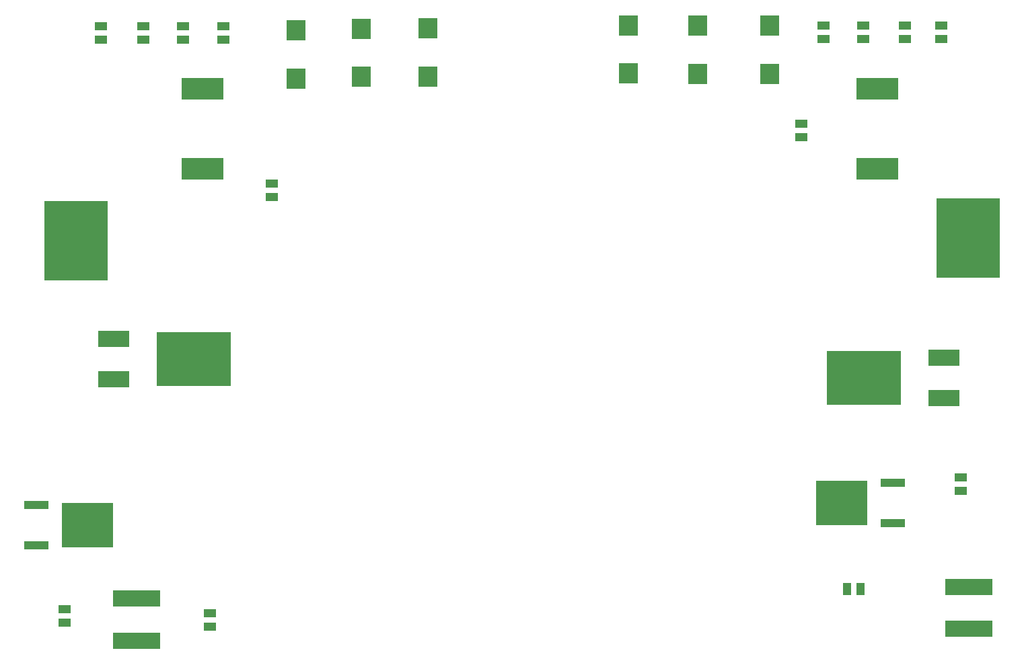
<source format=gbp>
%FSLAX44Y44*%
%MOMM*%
G71*
G01*
G75*
G04 Layer_Color=128*
%ADD10O,1.9500X0.6000*%
%ADD11R,1.5000X1.0000*%
%ADD12R,1.0000X1.5000*%
%ADD13R,0.8000X1.2000*%
%ADD14R,1.2000X0.6000*%
%ADD15R,2.2000X1.2000*%
%ADD16R,3.0500X1.1000*%
%ADD17R,6.5000X5.5500*%
%ADD18R,1.1000X3.0500*%
%ADD19R,5.5500X6.5000*%
%ADD20R,1.1000X1.3500*%
%ADD21R,1.3500X1.1000*%
%ADD22R,1.2500X1.4500*%
%ADD23R,1.4500X1.2500*%
%ADD24R,1.5000X1.2000*%
%ADD25R,1.5000X1.0000*%
%ADD26C,1.0000*%
%ADD27C,0.6000*%
%ADD28C,1.5000*%
%ADD29C,0.8000*%
%ADD30C,0.4000*%
%ADD31C,0.3000*%
%ADD32C,0.2000*%
%ADD33R,1.5000X1.5000*%
%ADD34C,1.5000*%
%ADD35R,1.5000X1.5000*%
%ADD36R,1.5240X1.5240*%
%ADD37C,1.5240*%
%ADD38C,4.7600*%
%ADD39R,1.6900X1.6900*%
%ADD40C,1.6900*%
%ADD41O,2.5000X1.5000*%
%ADD42C,0.7000*%
%ADD43C,1.2700*%
%ADD44R,5.3000X2.8000*%
%ADD45R,6.0000X2.1000*%
%ADD46R,3.9500X2.0500*%
%ADD47R,9.4000X6.8000*%
%ADD48R,2.4500X2.5500*%
%ADD49R,8.0000X10.0000*%
%ADD50C,0.5000*%
%ADD51C,0.2500*%
%ADD52C,0.2540*%
%ADD53C,0.0254*%
%ADD54C,0.1000*%
%ADD55C,0.1540*%
%ADD56C,0.1500*%
%ADD57O,2.1500X0.8000*%
%ADD58R,1.7000X1.2000*%
%ADD59R,1.2000X1.7000*%
%ADD60R,1.0000X1.4000*%
%ADD61R,1.4000X0.8000*%
%ADD62R,2.4000X1.4000*%
%ADD63R,3.2500X1.3000*%
%ADD64R,6.7000X5.7500*%
%ADD65R,1.3000X3.2500*%
%ADD66R,5.7500X6.7000*%
%ADD67R,1.3000X1.5500*%
%ADD68R,1.5500X1.3000*%
%ADD69R,1.4500X1.6500*%
%ADD70R,1.6500X1.4500*%
%ADD71R,1.7000X1.4000*%
%ADD72R,1.7000X1.2000*%
%ADD73R,1.7000X1.7000*%
%ADD74C,1.7000*%
%ADD75R,1.7000X1.7000*%
%ADD76R,1.6256X1.6256*%
%ADD77C,1.6256*%
%ADD78C,4.9600*%
%ADD79R,1.8900X1.8900*%
%ADD80C,1.8900*%
%ADD81O,2.7000X1.7000*%
%ADD82C,0.9000*%
%ADD83C,1.4700*%
%ADD84R,5.5000X3.0000*%
%ADD85R,6.2000X2.3000*%
%ADD86R,4.1500X2.2500*%
%ADD87R,9.6000X7.0000*%
%ADD88R,2.6500X2.7500*%
%ADD89R,8.2000X10.2000*%
D11*
X139000Y967500D02*
D03*
Y950500D02*
D03*
X1197000Y951000D02*
D03*
Y968000D02*
D03*
X276250Y228250D02*
D03*
Y211250D02*
D03*
X1221250Y382500D02*
D03*
Y399500D02*
D03*
X193000Y967500D02*
D03*
Y950500D02*
D03*
X1151000Y951000D02*
D03*
Y968000D02*
D03*
X94000Y216000D02*
D03*
Y233000D02*
D03*
X243000Y950500D02*
D03*
Y967500D02*
D03*
X1099000Y968000D02*
D03*
Y951000D02*
D03*
X293250Y967500D02*
D03*
Y950500D02*
D03*
X1049000Y951000D02*
D03*
Y968000D02*
D03*
X1021000Y827750D02*
D03*
Y844750D02*
D03*
X354250Y769250D02*
D03*
Y752250D02*
D03*
D12*
X1095500Y259000D02*
D03*
X1078500D02*
D03*
D16*
X58250Y313960D02*
D03*
Y364540D02*
D03*
X1136000Y341710D02*
D03*
Y392290D02*
D03*
D17*
X122750Y339250D02*
D03*
X1071500Y367000D02*
D03*
D44*
X267500Y787750D02*
D03*
Y888750D02*
D03*
X1116750Y888750D02*
D03*
Y787750D02*
D03*
D45*
X184500Y246500D02*
D03*
Y193500D02*
D03*
X1231250Y208500D02*
D03*
Y261500D02*
D03*
D46*
X155750Y523000D02*
D03*
Y574000D02*
D03*
X1200000Y549750D02*
D03*
Y498750D02*
D03*
D47*
X256250Y548500D02*
D03*
X1099500Y524250D02*
D03*
D48*
X550500Y964750D02*
D03*
Y904250D02*
D03*
X467250Y964000D02*
D03*
Y903500D02*
D03*
X384500Y901750D02*
D03*
Y962250D02*
D03*
X981000Y907500D02*
D03*
Y968000D02*
D03*
X890000Y907500D02*
D03*
Y968000D02*
D03*
X803500Y968250D02*
D03*
Y907750D02*
D03*
D49*
X108000Y697250D02*
D03*
X1230250Y700750D02*
D03*
M02*

</source>
